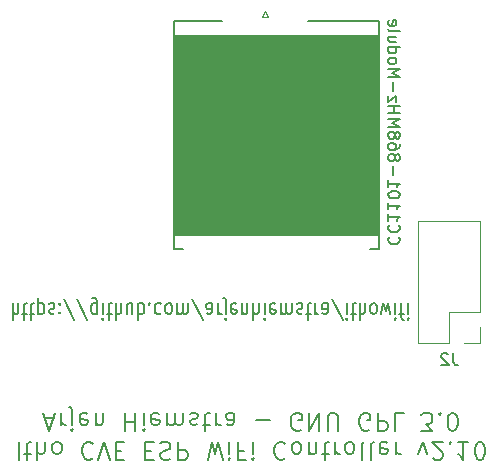
<source format=gbo>
G04 #@! TF.GenerationSoftware,KiCad,Pcbnew,(5.1.9-0-10_14)*
G04 #@! TF.CreationDate,2021-11-16T12:16:35+01:00*
G04 #@! TF.ProjectId,ithowifi_4l,6974686f-7769-4666-995f-346c2e6b6963,rev?*
G04 #@! TF.SameCoordinates,Original*
G04 #@! TF.FileFunction,Legend,Bot*
G04 #@! TF.FilePolarity,Positive*
%FSLAX46Y46*%
G04 Gerber Fmt 4.6, Leading zero omitted, Abs format (unit mm)*
G04 Created by KiCad (PCBNEW (5.1.9-0-10_14)) date 2021-11-16 12:16:35*
%MOMM*%
%LPD*%
G01*
G04 APERTURE LIST*
%ADD10C,0.100000*%
%ADD11C,0.200000*%
%ADD12C,0.150000*%
%ADD13C,0.120000*%
G04 APERTURE END LIST*
D10*
G36*
X114808000Y-129997200D02*
G01*
X97561400Y-129997200D01*
X97536000Y-113030000D01*
X114808000Y-113030000D01*
X114808000Y-129997200D01*
G37*
X114808000Y-129997200D02*
X97561400Y-129997200D01*
X97536000Y-113030000D01*
X114808000Y-113030000D01*
X114808000Y-129997200D01*
D11*
X83859000Y-135764666D02*
X83859000Y-137164666D01*
X84309000Y-135764666D02*
X84309000Y-136498000D01*
X84259000Y-136631333D01*
X84159000Y-136698000D01*
X84009000Y-136698000D01*
X83909000Y-136631333D01*
X83859000Y-136564666D01*
X84659000Y-136698000D02*
X85059000Y-136698000D01*
X84809000Y-137164666D02*
X84809000Y-135964666D01*
X84859000Y-135831333D01*
X84959000Y-135764666D01*
X85059000Y-135764666D01*
X85259000Y-136698000D02*
X85659000Y-136698000D01*
X85409000Y-137164666D02*
X85409000Y-135964666D01*
X85459000Y-135831333D01*
X85559000Y-135764666D01*
X85659000Y-135764666D01*
X86009000Y-136698000D02*
X86009000Y-135298000D01*
X86009000Y-136631333D02*
X86109000Y-136698000D01*
X86309000Y-136698000D01*
X86409000Y-136631333D01*
X86459000Y-136564666D01*
X86509000Y-136431333D01*
X86509000Y-136031333D01*
X86459000Y-135898000D01*
X86409000Y-135831333D01*
X86309000Y-135764666D01*
X86109000Y-135764666D01*
X86009000Y-135831333D01*
X86909000Y-135831333D02*
X87009000Y-135764666D01*
X87209000Y-135764666D01*
X87309000Y-135831333D01*
X87359000Y-135964666D01*
X87359000Y-136031333D01*
X87309000Y-136164666D01*
X87209000Y-136231333D01*
X87059000Y-136231333D01*
X86959000Y-136298000D01*
X86909000Y-136431333D01*
X86909000Y-136498000D01*
X86959000Y-136631333D01*
X87059000Y-136698000D01*
X87209000Y-136698000D01*
X87309000Y-136631333D01*
X87809000Y-135898000D02*
X87859000Y-135831333D01*
X87809000Y-135764666D01*
X87759000Y-135831333D01*
X87809000Y-135898000D01*
X87809000Y-135764666D01*
X87809000Y-136631333D02*
X87859000Y-136564666D01*
X87809000Y-136498000D01*
X87759000Y-136564666D01*
X87809000Y-136631333D01*
X87809000Y-136498000D01*
X89059000Y-137231333D02*
X88159000Y-135431333D01*
X90159000Y-137231333D02*
X89259000Y-135431333D01*
X90959000Y-136698000D02*
X90959000Y-135564666D01*
X90909000Y-135431333D01*
X90859000Y-135364666D01*
X90759000Y-135298000D01*
X90609000Y-135298000D01*
X90509000Y-135364666D01*
X90959000Y-135831333D02*
X90859000Y-135764666D01*
X90659000Y-135764666D01*
X90559000Y-135831333D01*
X90509000Y-135898000D01*
X90459000Y-136031333D01*
X90459000Y-136431333D01*
X90509000Y-136564666D01*
X90559000Y-136631333D01*
X90659000Y-136698000D01*
X90859000Y-136698000D01*
X90959000Y-136631333D01*
X91459000Y-135764666D02*
X91459000Y-136698000D01*
X91459000Y-137164666D02*
X91409000Y-137098000D01*
X91459000Y-137031333D01*
X91509000Y-137098000D01*
X91459000Y-137164666D01*
X91459000Y-137031333D01*
X91809000Y-136698000D02*
X92209000Y-136698000D01*
X91959000Y-137164666D02*
X91959000Y-135964666D01*
X92009000Y-135831333D01*
X92109000Y-135764666D01*
X92209000Y-135764666D01*
X92559000Y-135764666D02*
X92559000Y-137164666D01*
X93009000Y-135764666D02*
X93009000Y-136498000D01*
X92959000Y-136631333D01*
X92859000Y-136698000D01*
X92709000Y-136698000D01*
X92609000Y-136631333D01*
X92559000Y-136564666D01*
X93959000Y-136698000D02*
X93959000Y-135764666D01*
X93509000Y-136698000D02*
X93509000Y-135964666D01*
X93559000Y-135831333D01*
X93659000Y-135764666D01*
X93809000Y-135764666D01*
X93909000Y-135831333D01*
X93959000Y-135898000D01*
X94459000Y-135764666D02*
X94459000Y-137164666D01*
X94459000Y-136631333D02*
X94559000Y-136698000D01*
X94759000Y-136698000D01*
X94859000Y-136631333D01*
X94909000Y-136564666D01*
X94959000Y-136431333D01*
X94959000Y-136031333D01*
X94909000Y-135898000D01*
X94859000Y-135831333D01*
X94759000Y-135764666D01*
X94559000Y-135764666D01*
X94459000Y-135831333D01*
X95409000Y-135898000D02*
X95459000Y-135831333D01*
X95409000Y-135764666D01*
X95359000Y-135831333D01*
X95409000Y-135898000D01*
X95409000Y-135764666D01*
X96359000Y-135831333D02*
X96259000Y-135764666D01*
X96059000Y-135764666D01*
X95959000Y-135831333D01*
X95909000Y-135898000D01*
X95859000Y-136031333D01*
X95859000Y-136431333D01*
X95909000Y-136564666D01*
X95959000Y-136631333D01*
X96059000Y-136698000D01*
X96259000Y-136698000D01*
X96359000Y-136631333D01*
X96959000Y-135764666D02*
X96859000Y-135831333D01*
X96809000Y-135898000D01*
X96759000Y-136031333D01*
X96759000Y-136431333D01*
X96809000Y-136564666D01*
X96859000Y-136631333D01*
X96959000Y-136698000D01*
X97109000Y-136698000D01*
X97209000Y-136631333D01*
X97259000Y-136564666D01*
X97309000Y-136431333D01*
X97309000Y-136031333D01*
X97259000Y-135898000D01*
X97209000Y-135831333D01*
X97109000Y-135764666D01*
X96959000Y-135764666D01*
X97759000Y-135764666D02*
X97759000Y-136698000D01*
X97759000Y-136564666D02*
X97809000Y-136631333D01*
X97909000Y-136698000D01*
X98059000Y-136698000D01*
X98159000Y-136631333D01*
X98209000Y-136498000D01*
X98209000Y-135764666D01*
X98209000Y-136498000D02*
X98259000Y-136631333D01*
X98359000Y-136698000D01*
X98509000Y-136698000D01*
X98609000Y-136631333D01*
X98659000Y-136498000D01*
X98659000Y-135764666D01*
X99909000Y-137231333D02*
X99009000Y-135431333D01*
X100709000Y-135764666D02*
X100709000Y-136498000D01*
X100659000Y-136631333D01*
X100559000Y-136698000D01*
X100359000Y-136698000D01*
X100259000Y-136631333D01*
X100709000Y-135831333D02*
X100609000Y-135764666D01*
X100359000Y-135764666D01*
X100259000Y-135831333D01*
X100209000Y-135964666D01*
X100209000Y-136098000D01*
X100259000Y-136231333D01*
X100359000Y-136298000D01*
X100609000Y-136298000D01*
X100709000Y-136364666D01*
X101209000Y-135764666D02*
X101209000Y-136698000D01*
X101209000Y-136431333D02*
X101259000Y-136564666D01*
X101309000Y-136631333D01*
X101409000Y-136698000D01*
X101509000Y-136698000D01*
X101859000Y-136698000D02*
X101859000Y-135498000D01*
X101809000Y-135364666D01*
X101709000Y-135298000D01*
X101659000Y-135298000D01*
X101859000Y-137164666D02*
X101809000Y-137098000D01*
X101859000Y-137031333D01*
X101909000Y-137098000D01*
X101859000Y-137164666D01*
X101859000Y-137031333D01*
X102759000Y-135831333D02*
X102659000Y-135764666D01*
X102459000Y-135764666D01*
X102359000Y-135831333D01*
X102309000Y-135964666D01*
X102309000Y-136498000D01*
X102359000Y-136631333D01*
X102459000Y-136698000D01*
X102659000Y-136698000D01*
X102759000Y-136631333D01*
X102809000Y-136498000D01*
X102809000Y-136364666D01*
X102309000Y-136231333D01*
X103259000Y-136698000D02*
X103259000Y-135764666D01*
X103259000Y-136564666D02*
X103309000Y-136631333D01*
X103409000Y-136698000D01*
X103559000Y-136698000D01*
X103659000Y-136631333D01*
X103709000Y-136498000D01*
X103709000Y-135764666D01*
X104209000Y-135764666D02*
X104209000Y-137164666D01*
X104659000Y-135764666D02*
X104659000Y-136498000D01*
X104609000Y-136631333D01*
X104509000Y-136698000D01*
X104359000Y-136698000D01*
X104259000Y-136631333D01*
X104209000Y-136564666D01*
X105159000Y-135764666D02*
X105159000Y-136698000D01*
X105159000Y-137164666D02*
X105109000Y-137098000D01*
X105159000Y-137031333D01*
X105209000Y-137098000D01*
X105159000Y-137164666D01*
X105159000Y-137031333D01*
X106059000Y-135831333D02*
X105959000Y-135764666D01*
X105759000Y-135764666D01*
X105659000Y-135831333D01*
X105609000Y-135964666D01*
X105609000Y-136498000D01*
X105659000Y-136631333D01*
X105759000Y-136698000D01*
X105959000Y-136698000D01*
X106059000Y-136631333D01*
X106109000Y-136498000D01*
X106109000Y-136364666D01*
X105609000Y-136231333D01*
X106559000Y-135764666D02*
X106559000Y-136698000D01*
X106559000Y-136564666D02*
X106609000Y-136631333D01*
X106709000Y-136698000D01*
X106859000Y-136698000D01*
X106959000Y-136631333D01*
X107009000Y-136498000D01*
X107009000Y-135764666D01*
X107009000Y-136498000D02*
X107059000Y-136631333D01*
X107159000Y-136698000D01*
X107309000Y-136698000D01*
X107409000Y-136631333D01*
X107459000Y-136498000D01*
X107459000Y-135764666D01*
X107909000Y-135831333D02*
X108009000Y-135764666D01*
X108209000Y-135764666D01*
X108309000Y-135831333D01*
X108359000Y-135964666D01*
X108359000Y-136031333D01*
X108309000Y-136164666D01*
X108209000Y-136231333D01*
X108059000Y-136231333D01*
X107959000Y-136298000D01*
X107909000Y-136431333D01*
X107909000Y-136498000D01*
X107959000Y-136631333D01*
X108059000Y-136698000D01*
X108209000Y-136698000D01*
X108309000Y-136631333D01*
X108659000Y-136698000D02*
X109059000Y-136698000D01*
X108809000Y-137164666D02*
X108809000Y-135964666D01*
X108859000Y-135831333D01*
X108959000Y-135764666D01*
X109059000Y-135764666D01*
X109409000Y-135764666D02*
X109409000Y-136698000D01*
X109409000Y-136431333D02*
X109459000Y-136564666D01*
X109509000Y-136631333D01*
X109609000Y-136698000D01*
X109709000Y-136698000D01*
X110509000Y-135764666D02*
X110509000Y-136498000D01*
X110459000Y-136631333D01*
X110359000Y-136698000D01*
X110159000Y-136698000D01*
X110059000Y-136631333D01*
X110509000Y-135831333D02*
X110409000Y-135764666D01*
X110159000Y-135764666D01*
X110059000Y-135831333D01*
X110009000Y-135964666D01*
X110009000Y-136098000D01*
X110059000Y-136231333D01*
X110159000Y-136298000D01*
X110409000Y-136298000D01*
X110509000Y-136364666D01*
X111759000Y-137231333D02*
X110859000Y-135431333D01*
X112109000Y-135764666D02*
X112109000Y-136698000D01*
X112109000Y-137164666D02*
X112059000Y-137098000D01*
X112109000Y-137031333D01*
X112159000Y-137098000D01*
X112109000Y-137164666D01*
X112109000Y-137031333D01*
X112459000Y-136698000D02*
X112859000Y-136698000D01*
X112609000Y-137164666D02*
X112609000Y-135964666D01*
X112659000Y-135831333D01*
X112759000Y-135764666D01*
X112859000Y-135764666D01*
X113209000Y-135764666D02*
X113209000Y-137164666D01*
X113659000Y-135764666D02*
X113659000Y-136498000D01*
X113609000Y-136631333D01*
X113509000Y-136698000D01*
X113359000Y-136698000D01*
X113259000Y-136631333D01*
X113209000Y-136564666D01*
X114309000Y-135764666D02*
X114209000Y-135831333D01*
X114159000Y-135898000D01*
X114109000Y-136031333D01*
X114109000Y-136431333D01*
X114159000Y-136564666D01*
X114209000Y-136631333D01*
X114309000Y-136698000D01*
X114459000Y-136698000D01*
X114559000Y-136631333D01*
X114609000Y-136564666D01*
X114659000Y-136431333D01*
X114659000Y-136031333D01*
X114609000Y-135898000D01*
X114559000Y-135831333D01*
X114459000Y-135764666D01*
X114309000Y-135764666D01*
X115009000Y-136698000D02*
X115209000Y-135764666D01*
X115409000Y-136431333D01*
X115609000Y-135764666D01*
X115809000Y-136698000D01*
X116209000Y-135764666D02*
X116209000Y-136698000D01*
X116209000Y-137164666D02*
X116159000Y-137098000D01*
X116209000Y-137031333D01*
X116259000Y-137098000D01*
X116209000Y-137164666D01*
X116209000Y-137031333D01*
X116559000Y-136698000D02*
X116959000Y-136698000D01*
X116709000Y-135764666D02*
X116709000Y-136964666D01*
X116759000Y-137098000D01*
X116859000Y-137164666D01*
X116959000Y-137164666D01*
X117309000Y-135764666D02*
X117309000Y-136698000D01*
X117309000Y-137164666D02*
X117259000Y-137098000D01*
X117309000Y-137031333D01*
X117359000Y-137098000D01*
X117309000Y-137164666D01*
X117309000Y-137031333D01*
X84324114Y-147510828D02*
X84324114Y-149010828D01*
X84824114Y-148510828D02*
X85395542Y-148510828D01*
X85038400Y-149010828D02*
X85038400Y-147725114D01*
X85109828Y-147582257D01*
X85252685Y-147510828D01*
X85395542Y-147510828D01*
X85895542Y-147510828D02*
X85895542Y-149010828D01*
X86538400Y-147510828D02*
X86538400Y-148296542D01*
X86466971Y-148439400D01*
X86324114Y-148510828D01*
X86109828Y-148510828D01*
X85966971Y-148439400D01*
X85895542Y-148367971D01*
X87466971Y-147510828D02*
X87324114Y-147582257D01*
X87252685Y-147653685D01*
X87181257Y-147796542D01*
X87181257Y-148225114D01*
X87252685Y-148367971D01*
X87324114Y-148439400D01*
X87466971Y-148510828D01*
X87681257Y-148510828D01*
X87824114Y-148439400D01*
X87895542Y-148367971D01*
X87966971Y-148225114D01*
X87966971Y-147796542D01*
X87895542Y-147653685D01*
X87824114Y-147582257D01*
X87681257Y-147510828D01*
X87466971Y-147510828D01*
X90609828Y-147653685D02*
X90538400Y-147582257D01*
X90324114Y-147510828D01*
X90181257Y-147510828D01*
X89966971Y-147582257D01*
X89824114Y-147725114D01*
X89752685Y-147867971D01*
X89681257Y-148153685D01*
X89681257Y-148367971D01*
X89752685Y-148653685D01*
X89824114Y-148796542D01*
X89966971Y-148939400D01*
X90181257Y-149010828D01*
X90324114Y-149010828D01*
X90538400Y-148939400D01*
X90609828Y-148867971D01*
X91038400Y-149010828D02*
X91538400Y-147510828D01*
X92038400Y-149010828D01*
X92538400Y-148296542D02*
X93038400Y-148296542D01*
X93252685Y-147510828D02*
X92538400Y-147510828D01*
X92538400Y-149010828D01*
X93252685Y-149010828D01*
X95038400Y-148296542D02*
X95538400Y-148296542D01*
X95752685Y-147510828D02*
X95038400Y-147510828D01*
X95038400Y-149010828D01*
X95752685Y-149010828D01*
X96324114Y-147582257D02*
X96538400Y-147510828D01*
X96895542Y-147510828D01*
X97038400Y-147582257D01*
X97109828Y-147653685D01*
X97181257Y-147796542D01*
X97181257Y-147939400D01*
X97109828Y-148082257D01*
X97038400Y-148153685D01*
X96895542Y-148225114D01*
X96609828Y-148296542D01*
X96466971Y-148367971D01*
X96395542Y-148439400D01*
X96324114Y-148582257D01*
X96324114Y-148725114D01*
X96395542Y-148867971D01*
X96466971Y-148939400D01*
X96609828Y-149010828D01*
X96966971Y-149010828D01*
X97181257Y-148939400D01*
X97824114Y-147510828D02*
X97824114Y-149010828D01*
X98395542Y-149010828D01*
X98538400Y-148939400D01*
X98609828Y-148867971D01*
X98681257Y-148725114D01*
X98681257Y-148510828D01*
X98609828Y-148367971D01*
X98538400Y-148296542D01*
X98395542Y-148225114D01*
X97824114Y-148225114D01*
X100324114Y-149010828D02*
X100681257Y-147510828D01*
X100966971Y-148582257D01*
X101252685Y-147510828D01*
X101609828Y-149010828D01*
X102181257Y-147510828D02*
X102181257Y-148510828D01*
X102181257Y-149010828D02*
X102109828Y-148939400D01*
X102181257Y-148867971D01*
X102252685Y-148939400D01*
X102181257Y-149010828D01*
X102181257Y-148867971D01*
X103395542Y-148296542D02*
X102895542Y-148296542D01*
X102895542Y-147510828D02*
X102895542Y-149010828D01*
X103609828Y-149010828D01*
X104181257Y-147510828D02*
X104181257Y-148510828D01*
X104181257Y-149010828D02*
X104109828Y-148939400D01*
X104181257Y-148867971D01*
X104252685Y-148939400D01*
X104181257Y-149010828D01*
X104181257Y-148867971D01*
X106895542Y-147653685D02*
X106824114Y-147582257D01*
X106609828Y-147510828D01*
X106466971Y-147510828D01*
X106252685Y-147582257D01*
X106109828Y-147725114D01*
X106038400Y-147867971D01*
X105966971Y-148153685D01*
X105966971Y-148367971D01*
X106038400Y-148653685D01*
X106109828Y-148796542D01*
X106252685Y-148939400D01*
X106466971Y-149010828D01*
X106609828Y-149010828D01*
X106824114Y-148939400D01*
X106895542Y-148867971D01*
X107752685Y-147510828D02*
X107609828Y-147582257D01*
X107538399Y-147653685D01*
X107466971Y-147796542D01*
X107466971Y-148225114D01*
X107538399Y-148367971D01*
X107609828Y-148439400D01*
X107752685Y-148510828D01*
X107966971Y-148510828D01*
X108109828Y-148439400D01*
X108181257Y-148367971D01*
X108252685Y-148225114D01*
X108252685Y-147796542D01*
X108181257Y-147653685D01*
X108109828Y-147582257D01*
X107966971Y-147510828D01*
X107752685Y-147510828D01*
X108895542Y-148510828D02*
X108895542Y-147510828D01*
X108895542Y-148367971D02*
X108966971Y-148439400D01*
X109109828Y-148510828D01*
X109324114Y-148510828D01*
X109466971Y-148439400D01*
X109538399Y-148296542D01*
X109538399Y-147510828D01*
X110038399Y-148510828D02*
X110609828Y-148510828D01*
X110252685Y-149010828D02*
X110252685Y-147725114D01*
X110324114Y-147582257D01*
X110466971Y-147510828D01*
X110609828Y-147510828D01*
X111109828Y-147510828D02*
X111109828Y-148510828D01*
X111109828Y-148225114D02*
X111181257Y-148367971D01*
X111252685Y-148439400D01*
X111395542Y-148510828D01*
X111538399Y-148510828D01*
X112252685Y-147510828D02*
X112109828Y-147582257D01*
X112038399Y-147653685D01*
X111966971Y-147796542D01*
X111966971Y-148225114D01*
X112038399Y-148367971D01*
X112109828Y-148439400D01*
X112252685Y-148510828D01*
X112466971Y-148510828D01*
X112609828Y-148439400D01*
X112681257Y-148367971D01*
X112752685Y-148225114D01*
X112752685Y-147796542D01*
X112681257Y-147653685D01*
X112609828Y-147582257D01*
X112466971Y-147510828D01*
X112252685Y-147510828D01*
X113609828Y-147510828D02*
X113466971Y-147582257D01*
X113395542Y-147725114D01*
X113395542Y-149010828D01*
X114395542Y-147510828D02*
X114252685Y-147582257D01*
X114181257Y-147725114D01*
X114181257Y-149010828D01*
X115538399Y-147582257D02*
X115395542Y-147510828D01*
X115109828Y-147510828D01*
X114966971Y-147582257D01*
X114895542Y-147725114D01*
X114895542Y-148296542D01*
X114966971Y-148439400D01*
X115109828Y-148510828D01*
X115395542Y-148510828D01*
X115538399Y-148439400D01*
X115609828Y-148296542D01*
X115609828Y-148153685D01*
X114895542Y-148010828D01*
X116252685Y-147510828D02*
X116252685Y-148510828D01*
X116252685Y-148225114D02*
X116324114Y-148367971D01*
X116395542Y-148439400D01*
X116538399Y-148510828D01*
X116681257Y-148510828D01*
X118181257Y-148510828D02*
X118538399Y-147510828D01*
X118895542Y-148510828D01*
X119395542Y-148867971D02*
X119466971Y-148939400D01*
X119609828Y-149010828D01*
X119966971Y-149010828D01*
X120109828Y-148939400D01*
X120181257Y-148867971D01*
X120252685Y-148725114D01*
X120252685Y-148582257D01*
X120181257Y-148367971D01*
X119324114Y-147510828D01*
X120252685Y-147510828D01*
X120895542Y-147653685D02*
X120966971Y-147582257D01*
X120895542Y-147510828D01*
X120824114Y-147582257D01*
X120895542Y-147653685D01*
X120895542Y-147510828D01*
X122395542Y-147510828D02*
X121538399Y-147510828D01*
X121966971Y-147510828D02*
X121966971Y-149010828D01*
X121824114Y-148796542D01*
X121681257Y-148653685D01*
X121538399Y-148582257D01*
X123324114Y-149010828D02*
X123466971Y-149010828D01*
X123609828Y-148939400D01*
X123681257Y-148867971D01*
X123752685Y-148725114D01*
X123824114Y-148439400D01*
X123824114Y-148082257D01*
X123752685Y-147796542D01*
X123681257Y-147653685D01*
X123609828Y-147582257D01*
X123466971Y-147510828D01*
X123324114Y-147510828D01*
X123181257Y-147582257D01*
X123109828Y-147653685D01*
X123038399Y-147796542D01*
X122966971Y-148082257D01*
X122966971Y-148439400D01*
X123038399Y-148725114D01*
X123109828Y-148867971D01*
X123181257Y-148939400D01*
X123324114Y-149010828D01*
X86574114Y-145489400D02*
X87288400Y-145489400D01*
X86431257Y-145060828D02*
X86931257Y-146560828D01*
X87431257Y-145060828D01*
X87931257Y-145060828D02*
X87931257Y-146060828D01*
X87931257Y-145775114D02*
X88002685Y-145917971D01*
X88074114Y-145989400D01*
X88216971Y-146060828D01*
X88359828Y-146060828D01*
X88859828Y-146060828D02*
X88859828Y-144775114D01*
X88788400Y-144632257D01*
X88645542Y-144560828D01*
X88574114Y-144560828D01*
X88859828Y-146560828D02*
X88788400Y-146489400D01*
X88859828Y-146417971D01*
X88931257Y-146489400D01*
X88859828Y-146560828D01*
X88859828Y-146417971D01*
X90145542Y-145132257D02*
X90002685Y-145060828D01*
X89716971Y-145060828D01*
X89574114Y-145132257D01*
X89502685Y-145275114D01*
X89502685Y-145846542D01*
X89574114Y-145989400D01*
X89716971Y-146060828D01*
X90002685Y-146060828D01*
X90145542Y-145989400D01*
X90216971Y-145846542D01*
X90216971Y-145703685D01*
X89502685Y-145560828D01*
X90859828Y-146060828D02*
X90859828Y-145060828D01*
X90859828Y-145917971D02*
X90931257Y-145989400D01*
X91074114Y-146060828D01*
X91288400Y-146060828D01*
X91431257Y-145989400D01*
X91502685Y-145846542D01*
X91502685Y-145060828D01*
X93359828Y-145060828D02*
X93359828Y-146560828D01*
X93359828Y-145846542D02*
X94216971Y-145846542D01*
X94216971Y-145060828D02*
X94216971Y-146560828D01*
X94931257Y-145060828D02*
X94931257Y-146060828D01*
X94931257Y-146560828D02*
X94859828Y-146489400D01*
X94931257Y-146417971D01*
X95002685Y-146489400D01*
X94931257Y-146560828D01*
X94931257Y-146417971D01*
X96216971Y-145132257D02*
X96074114Y-145060828D01*
X95788400Y-145060828D01*
X95645542Y-145132257D01*
X95574114Y-145275114D01*
X95574114Y-145846542D01*
X95645542Y-145989400D01*
X95788400Y-146060828D01*
X96074114Y-146060828D01*
X96216971Y-145989400D01*
X96288400Y-145846542D01*
X96288400Y-145703685D01*
X95574114Y-145560828D01*
X96931257Y-145060828D02*
X96931257Y-146060828D01*
X96931257Y-145917971D02*
X97002685Y-145989400D01*
X97145542Y-146060828D01*
X97359828Y-146060828D01*
X97502685Y-145989400D01*
X97574114Y-145846542D01*
X97574114Y-145060828D01*
X97574114Y-145846542D02*
X97645542Y-145989400D01*
X97788400Y-146060828D01*
X98002685Y-146060828D01*
X98145542Y-145989400D01*
X98216971Y-145846542D01*
X98216971Y-145060828D01*
X98859828Y-145132257D02*
X99002685Y-145060828D01*
X99288400Y-145060828D01*
X99431257Y-145132257D01*
X99502685Y-145275114D01*
X99502685Y-145346542D01*
X99431257Y-145489400D01*
X99288400Y-145560828D01*
X99074114Y-145560828D01*
X98931257Y-145632257D01*
X98859828Y-145775114D01*
X98859828Y-145846542D01*
X98931257Y-145989400D01*
X99074114Y-146060828D01*
X99288400Y-146060828D01*
X99431257Y-145989400D01*
X99931257Y-146060828D02*
X100502685Y-146060828D01*
X100145542Y-146560828D02*
X100145542Y-145275114D01*
X100216971Y-145132257D01*
X100359828Y-145060828D01*
X100502685Y-145060828D01*
X101002685Y-145060828D02*
X101002685Y-146060828D01*
X101002685Y-145775114D02*
X101074114Y-145917971D01*
X101145542Y-145989400D01*
X101288400Y-146060828D01*
X101431257Y-146060828D01*
X102574114Y-145060828D02*
X102574114Y-145846542D01*
X102502685Y-145989400D01*
X102359828Y-146060828D01*
X102074114Y-146060828D01*
X101931257Y-145989400D01*
X102574114Y-145132257D02*
X102431257Y-145060828D01*
X102074114Y-145060828D01*
X101931257Y-145132257D01*
X101859828Y-145275114D01*
X101859828Y-145417971D01*
X101931257Y-145560828D01*
X102074114Y-145632257D01*
X102431257Y-145632257D01*
X102574114Y-145703685D01*
X104431257Y-145632257D02*
X105574114Y-145632257D01*
X108216971Y-146489400D02*
X108074114Y-146560828D01*
X107859828Y-146560828D01*
X107645542Y-146489400D01*
X107502685Y-146346542D01*
X107431257Y-146203685D01*
X107359828Y-145917971D01*
X107359828Y-145703685D01*
X107431257Y-145417971D01*
X107502685Y-145275114D01*
X107645542Y-145132257D01*
X107859828Y-145060828D01*
X108002685Y-145060828D01*
X108216971Y-145132257D01*
X108288400Y-145203685D01*
X108288400Y-145703685D01*
X108002685Y-145703685D01*
X108931257Y-145060828D02*
X108931257Y-146560828D01*
X109788400Y-145060828D01*
X109788400Y-146560828D01*
X110502685Y-146560828D02*
X110502685Y-145346542D01*
X110574114Y-145203685D01*
X110645542Y-145132257D01*
X110788400Y-145060828D01*
X111074114Y-145060828D01*
X111216971Y-145132257D01*
X111288400Y-145203685D01*
X111359828Y-145346542D01*
X111359828Y-146560828D01*
X114002685Y-146489400D02*
X113859828Y-146560828D01*
X113645542Y-146560828D01*
X113431257Y-146489400D01*
X113288400Y-146346542D01*
X113216971Y-146203685D01*
X113145542Y-145917971D01*
X113145542Y-145703685D01*
X113216971Y-145417971D01*
X113288400Y-145275114D01*
X113431257Y-145132257D01*
X113645542Y-145060828D01*
X113788400Y-145060828D01*
X114002685Y-145132257D01*
X114074114Y-145203685D01*
X114074114Y-145703685D01*
X113788400Y-145703685D01*
X114716971Y-145060828D02*
X114716971Y-146560828D01*
X115288400Y-146560828D01*
X115431257Y-146489400D01*
X115502685Y-146417971D01*
X115574114Y-146275114D01*
X115574114Y-146060828D01*
X115502685Y-145917971D01*
X115431257Y-145846542D01*
X115288400Y-145775114D01*
X114716971Y-145775114D01*
X116931257Y-145060828D02*
X116216971Y-145060828D01*
X116216971Y-146560828D01*
X118431257Y-146560828D02*
X119359828Y-146560828D01*
X118859828Y-145989400D01*
X119074114Y-145989400D01*
X119216971Y-145917971D01*
X119288400Y-145846542D01*
X119359828Y-145703685D01*
X119359828Y-145346542D01*
X119288400Y-145203685D01*
X119216971Y-145132257D01*
X119074114Y-145060828D01*
X118645542Y-145060828D01*
X118502685Y-145132257D01*
X118431257Y-145203685D01*
X120002685Y-145203685D02*
X120074114Y-145132257D01*
X120002685Y-145060828D01*
X119931257Y-145132257D01*
X120002685Y-145203685D01*
X120002685Y-145060828D01*
X121002685Y-146560828D02*
X121145542Y-146560828D01*
X121288400Y-146489400D01*
X121359828Y-146417971D01*
X121431257Y-146275114D01*
X121502685Y-145989400D01*
X121502685Y-145632257D01*
X121431257Y-145346542D01*
X121359828Y-145203685D01*
X121288400Y-145132257D01*
X121145542Y-145060828D01*
X121002685Y-145060828D01*
X120859828Y-145132257D01*
X120788400Y-145203685D01*
X120716971Y-145346542D01*
X120645542Y-145632257D01*
X120645542Y-145989400D01*
X120716971Y-146275114D01*
X120788400Y-146417971D01*
X120859828Y-146489400D01*
X121002685Y-146560828D01*
D12*
X114072000Y-131189000D02*
X114822000Y-131189000D01*
X97522000Y-131189000D02*
X98272000Y-131189000D01*
X97522000Y-111889000D02*
X97522000Y-131189000D01*
X101547000Y-111889000D02*
X97522000Y-111889000D01*
X114822000Y-111889000D02*
X108797000Y-111889000D01*
X114822000Y-131189000D02*
X114822000Y-111889000D01*
D13*
X105181400Y-111058400D02*
X105431400Y-111558400D01*
X105431400Y-111558400D02*
X104931400Y-111558400D01*
X104931400Y-111558400D02*
X105181400Y-111058400D01*
X122047000Y-139125000D02*
X123377000Y-139125000D01*
X123377000Y-139125000D02*
X123377000Y-137795000D01*
X120777000Y-139125000D02*
X120777000Y-136525000D01*
X120777000Y-136525000D02*
X123377000Y-136525000D01*
X123377000Y-136525000D02*
X123377000Y-128845000D01*
X118177000Y-128845000D02*
X123377000Y-128845000D01*
X118177000Y-139125000D02*
X118177000Y-128845000D01*
X118177000Y-139125000D02*
X120777000Y-139125000D01*
D12*
X115720857Y-130165952D02*
X115673238Y-130213571D01*
X115625619Y-130356428D01*
X115625619Y-130451666D01*
X115673238Y-130594523D01*
X115768476Y-130689761D01*
X115863714Y-130737380D01*
X116054190Y-130785000D01*
X116197047Y-130785000D01*
X116387523Y-130737380D01*
X116482761Y-130689761D01*
X116578000Y-130594523D01*
X116625619Y-130451666D01*
X116625619Y-130356428D01*
X116578000Y-130213571D01*
X116530380Y-130165952D01*
X115720857Y-129165952D02*
X115673238Y-129213571D01*
X115625619Y-129356428D01*
X115625619Y-129451666D01*
X115673238Y-129594523D01*
X115768476Y-129689761D01*
X115863714Y-129737380D01*
X116054190Y-129785000D01*
X116197047Y-129785000D01*
X116387523Y-129737380D01*
X116482761Y-129689761D01*
X116578000Y-129594523D01*
X116625619Y-129451666D01*
X116625619Y-129356428D01*
X116578000Y-129213571D01*
X116530380Y-129165952D01*
X115625619Y-128213571D02*
X115625619Y-128785000D01*
X115625619Y-128499285D02*
X116625619Y-128499285D01*
X116482761Y-128594523D01*
X116387523Y-128689761D01*
X116339904Y-128785000D01*
X115625619Y-127261190D02*
X115625619Y-127832619D01*
X115625619Y-127546904D02*
X116625619Y-127546904D01*
X116482761Y-127642142D01*
X116387523Y-127737380D01*
X116339904Y-127832619D01*
X116625619Y-126642142D02*
X116625619Y-126546904D01*
X116578000Y-126451666D01*
X116530380Y-126404047D01*
X116435142Y-126356428D01*
X116244666Y-126308809D01*
X116006571Y-126308809D01*
X115816095Y-126356428D01*
X115720857Y-126404047D01*
X115673238Y-126451666D01*
X115625619Y-126546904D01*
X115625619Y-126642142D01*
X115673238Y-126737380D01*
X115720857Y-126785000D01*
X115816095Y-126832619D01*
X116006571Y-126880238D01*
X116244666Y-126880238D01*
X116435142Y-126832619D01*
X116530380Y-126785000D01*
X116578000Y-126737380D01*
X116625619Y-126642142D01*
X115625619Y-125356428D02*
X115625619Y-125927857D01*
X115625619Y-125642142D02*
X116625619Y-125642142D01*
X116482761Y-125737380D01*
X116387523Y-125832619D01*
X116339904Y-125927857D01*
X116006571Y-124927857D02*
X116006571Y-124165952D01*
X116197047Y-123546904D02*
X116244666Y-123642142D01*
X116292285Y-123689761D01*
X116387523Y-123737380D01*
X116435142Y-123737380D01*
X116530380Y-123689761D01*
X116578000Y-123642142D01*
X116625619Y-123546904D01*
X116625619Y-123356428D01*
X116578000Y-123261190D01*
X116530380Y-123213571D01*
X116435142Y-123165952D01*
X116387523Y-123165952D01*
X116292285Y-123213571D01*
X116244666Y-123261190D01*
X116197047Y-123356428D01*
X116197047Y-123546904D01*
X116149428Y-123642142D01*
X116101809Y-123689761D01*
X116006571Y-123737380D01*
X115816095Y-123737380D01*
X115720857Y-123689761D01*
X115673238Y-123642142D01*
X115625619Y-123546904D01*
X115625619Y-123356428D01*
X115673238Y-123261190D01*
X115720857Y-123213571D01*
X115816095Y-123165952D01*
X116006571Y-123165952D01*
X116101809Y-123213571D01*
X116149428Y-123261190D01*
X116197047Y-123356428D01*
X116625619Y-122308809D02*
X116625619Y-122499285D01*
X116578000Y-122594523D01*
X116530380Y-122642142D01*
X116387523Y-122737380D01*
X116197047Y-122785000D01*
X115816095Y-122785000D01*
X115720857Y-122737380D01*
X115673238Y-122689761D01*
X115625619Y-122594523D01*
X115625619Y-122404047D01*
X115673238Y-122308809D01*
X115720857Y-122261190D01*
X115816095Y-122213571D01*
X116054190Y-122213571D01*
X116149428Y-122261190D01*
X116197047Y-122308809D01*
X116244666Y-122404047D01*
X116244666Y-122594523D01*
X116197047Y-122689761D01*
X116149428Y-122737380D01*
X116054190Y-122785000D01*
X116197047Y-121642142D02*
X116244666Y-121737380D01*
X116292285Y-121785000D01*
X116387523Y-121832619D01*
X116435142Y-121832619D01*
X116530380Y-121785000D01*
X116578000Y-121737380D01*
X116625619Y-121642142D01*
X116625619Y-121451666D01*
X116578000Y-121356428D01*
X116530380Y-121308809D01*
X116435142Y-121261190D01*
X116387523Y-121261190D01*
X116292285Y-121308809D01*
X116244666Y-121356428D01*
X116197047Y-121451666D01*
X116197047Y-121642142D01*
X116149428Y-121737380D01*
X116101809Y-121785000D01*
X116006571Y-121832619D01*
X115816095Y-121832619D01*
X115720857Y-121785000D01*
X115673238Y-121737380D01*
X115625619Y-121642142D01*
X115625619Y-121451666D01*
X115673238Y-121356428D01*
X115720857Y-121308809D01*
X115816095Y-121261190D01*
X116006571Y-121261190D01*
X116101809Y-121308809D01*
X116149428Y-121356428D01*
X116197047Y-121451666D01*
X115625619Y-120832619D02*
X116625619Y-120832619D01*
X115911333Y-120499285D01*
X116625619Y-120165952D01*
X115625619Y-120165952D01*
X115625619Y-119689761D02*
X116625619Y-119689761D01*
X116149428Y-119689761D02*
X116149428Y-119118333D01*
X115625619Y-119118333D02*
X116625619Y-119118333D01*
X116292285Y-118737380D02*
X116292285Y-118213571D01*
X115625619Y-118737380D01*
X115625619Y-118213571D01*
X116006571Y-117832619D02*
X116006571Y-117070714D01*
X115625619Y-116594523D02*
X116625619Y-116594523D01*
X115911333Y-116261190D01*
X116625619Y-115927857D01*
X115625619Y-115927857D01*
X115625619Y-115308809D02*
X115673238Y-115404047D01*
X115720857Y-115451666D01*
X115816095Y-115499285D01*
X116101809Y-115499285D01*
X116197047Y-115451666D01*
X116244666Y-115404047D01*
X116292285Y-115308809D01*
X116292285Y-115165952D01*
X116244666Y-115070714D01*
X116197047Y-115023095D01*
X116101809Y-114975476D01*
X115816095Y-114975476D01*
X115720857Y-115023095D01*
X115673238Y-115070714D01*
X115625619Y-115165952D01*
X115625619Y-115308809D01*
X115625619Y-114118333D02*
X116625619Y-114118333D01*
X115673238Y-114118333D02*
X115625619Y-114213571D01*
X115625619Y-114404047D01*
X115673238Y-114499285D01*
X115720857Y-114546904D01*
X115816095Y-114594523D01*
X116101809Y-114594523D01*
X116197047Y-114546904D01*
X116244666Y-114499285D01*
X116292285Y-114404047D01*
X116292285Y-114213571D01*
X116244666Y-114118333D01*
X116292285Y-113213571D02*
X115625619Y-113213571D01*
X116292285Y-113642142D02*
X115768476Y-113642142D01*
X115673238Y-113594523D01*
X115625619Y-113499285D01*
X115625619Y-113356428D01*
X115673238Y-113261190D01*
X115720857Y-113213571D01*
X115625619Y-112594523D02*
X115673238Y-112689761D01*
X115768476Y-112737380D01*
X116625619Y-112737380D01*
X115673238Y-111832619D02*
X115625619Y-111927857D01*
X115625619Y-112118333D01*
X115673238Y-112213571D01*
X115768476Y-112261190D01*
X116149428Y-112261190D01*
X116244666Y-112213571D01*
X116292285Y-112118333D01*
X116292285Y-111927857D01*
X116244666Y-111832619D01*
X116149428Y-111785000D01*
X116054190Y-111785000D01*
X115958952Y-112261190D01*
X121110333Y-140017380D02*
X121110333Y-140731666D01*
X121157952Y-140874523D01*
X121253190Y-140969761D01*
X121396047Y-141017380D01*
X121491285Y-141017380D01*
X120681761Y-140112619D02*
X120634142Y-140065000D01*
X120538904Y-140017380D01*
X120300809Y-140017380D01*
X120205571Y-140065000D01*
X120157952Y-140112619D01*
X120110333Y-140207857D01*
X120110333Y-140303095D01*
X120157952Y-140445952D01*
X120729380Y-141017380D01*
X120110333Y-141017380D01*
M02*

</source>
